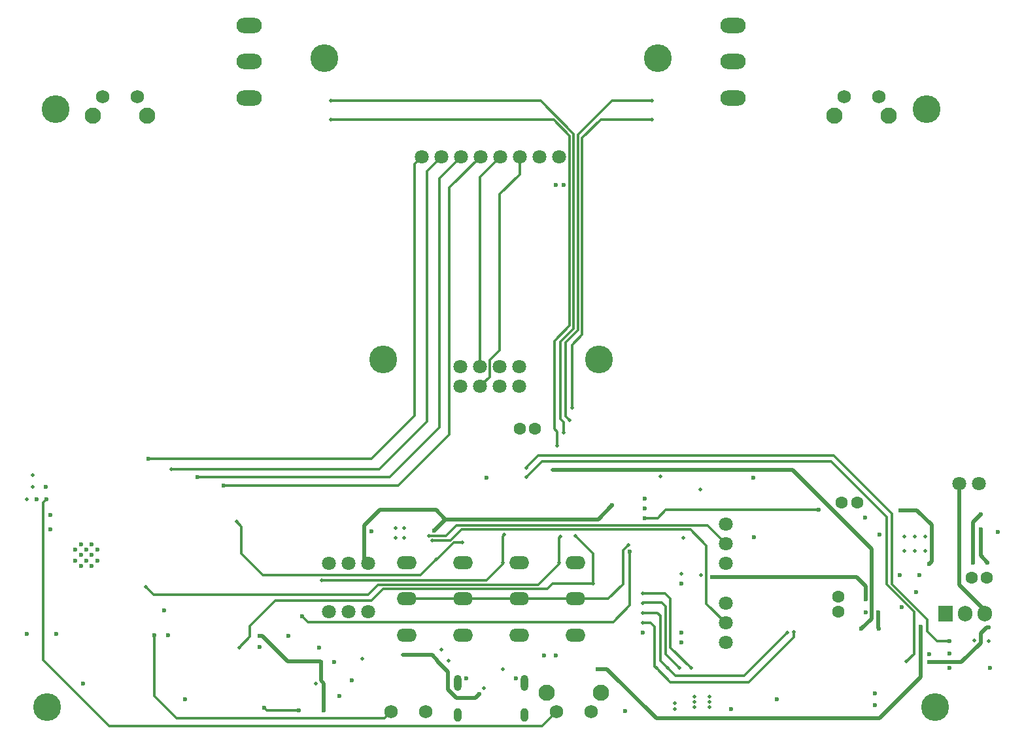
<source format=gbr>
%TF.GenerationSoftware,KiCad,Pcbnew,9.0.2*%
%TF.CreationDate,2025-08-14T03:12:12+07:00*%
%TF.ProjectId,Gamepad PCB,47616d65-7061-4642-9050-43422e6b6963,v03*%
%TF.SameCoordinates,Original*%
%TF.FileFunction,Copper,L2,Inr*%
%TF.FilePolarity,Positive*%
%FSLAX46Y46*%
G04 Gerber Fmt 4.6, Leading zero omitted, Abs format (unit mm)*
G04 Created by KiCad (PCBNEW 9.0.2) date 2025-08-14 03:12:12*
%MOMM*%
%LPD*%
G01*
G04 APERTURE LIST*
%TA.AperFunction,HeatsinkPad*%
%ADD10C,0.500000*%
%TD*%
%TA.AperFunction,HeatsinkPad*%
%ADD11C,0.600000*%
%TD*%
%TA.AperFunction,ComponentPad*%
%ADD12O,2.600000X1.700000*%
%TD*%
%TA.AperFunction,ComponentPad*%
%ADD13O,3.300000X2.000000*%
%TD*%
%TA.AperFunction,ComponentPad*%
%ADD14C,1.750000*%
%TD*%
%TA.AperFunction,ComponentPad*%
%ADD15C,2.100000*%
%TD*%
%TA.AperFunction,ComponentPad*%
%ADD16C,3.600000*%
%TD*%
%TA.AperFunction,ComponentPad*%
%ADD17C,1.800000*%
%TD*%
%TA.AperFunction,HeatsinkPad*%
%ADD18O,1.000000X2.100000*%
%TD*%
%TA.AperFunction,HeatsinkPad*%
%ADD19O,1.000000X1.800000*%
%TD*%
%TA.AperFunction,ComponentPad*%
%ADD20C,1.600000*%
%TD*%
%TA.AperFunction,ComponentPad*%
%ADD21R,1.905000X2.000000*%
%TD*%
%TA.AperFunction,ComponentPad*%
%ADD22O,1.905000X2.000000*%
%TD*%
%TA.AperFunction,ViaPad*%
%ADD23C,0.600000*%
%TD*%
%TA.AperFunction,ViaPad*%
%ADD24C,0.500000*%
%TD*%
%TA.AperFunction,Conductor*%
%ADD25C,0.500000*%
%TD*%
%TA.AperFunction,Conductor*%
%ADD26C,0.300000*%
%TD*%
G04 APERTURE END LIST*
D10*
%TO.N,unconnected-(U2-EP-Pad9)_6*%
%TO.C,U2*%
X182250000Y-135025000D03*
%TO.N,unconnected-(U2-EP-Pad9)*%
X182250000Y-133725000D03*
%TO.N,unconnected-(U2-EP-Pad9)_5*%
X182249999Y-134375000D03*
%TO.N,unconnected-(U2-EP-Pad9)_3*%
X180350001Y-134375000D03*
%TO.N,unconnected-(U2-EP-Pad9)_7*%
X180350000Y-135025000D03*
%TO.N,unconnected-(U2-EP-Pad9)_2*%
X180350000Y-133725000D03*
%TD*%
%TO.N,N/C*%
%TO.C,U11*%
X142770000Y-113120000D03*
X142770000Y-111820000D03*
X141670000Y-113120000D03*
X141670000Y-111820000D03*
%TD*%
D11*
%TO.N,GND*%
%TO.C,U6*%
X100900000Y-116735000D03*
X102300000Y-116735000D03*
X100200000Y-116035000D03*
X101600000Y-116035000D03*
X103000000Y-116035000D03*
X100900000Y-115335000D03*
X102300000Y-115335000D03*
X100200000Y-114635000D03*
X101600000Y-114635000D03*
X103000000Y-114635000D03*
X100900000Y-113935000D03*
X102300000Y-113935000D03*
%TD*%
D12*
%TO.N,N/C*%
%TO.C,SW19*%
X164940000Y-125700000D03*
%TO.N,Net-(SW11A-B)*%
X164940000Y-121000000D03*
%TO.N,Net-(D7-A)*%
X164940000Y-116300000D03*
%TD*%
D13*
%TO.N,N/C*%
%TO.C,SW16*%
X185310000Y-46710000D03*
%TO.N,Net-(SW12A-B)*%
X185310000Y-51410000D03*
%TO.N,Net-(D10-A)*%
X185310000Y-56110000D03*
%TD*%
D12*
%TO.N,N/C*%
%TO.C,SW15*%
X157650000Y-125700000D03*
%TO.N,Net-(SW11A-B)*%
X157650000Y-121000000D03*
%TO.N,Net-(D11-A)*%
X157650000Y-116300000D03*
%TD*%
D13*
%TO.N,N/C*%
%TO.C,SW12*%
X122690000Y-46710000D03*
%TO.N,Net-(SW12A-B)*%
X122690000Y-51410000D03*
%TO.N,Net-(D14-A)*%
X122690000Y-56110000D03*
%TD*%
D12*
%TO.N,N/C*%
%TO.C,SW11*%
X150350000Y-125700000D03*
%TO.N,Net-(SW11A-B)*%
X150350000Y-121000000D03*
%TO.N,Net-(D15-A)*%
X150350000Y-116300000D03*
%TD*%
D14*
%TO.N,Net-(SW12A-B)*%
%TO.C,SW8*%
X199725499Y-55962500D03*
%TO.N,Net-(D6-A)*%
X204225500Y-55962500D03*
D15*
%TO.N,*%
X198465500Y-58452500D03*
X205475500Y-58452499D03*
%TD*%
D12*
%TO.N,N/C*%
%TO.C,SW7*%
X143060000Y-125700000D03*
%TO.N,Net-(SW11A-B)*%
X143060000Y-121000000D03*
%TO.N,Net-(D19-A)*%
X143060000Y-116300000D03*
%TD*%
D14*
%TO.N,Net-(D18-A)*%
%TO.C,SW4*%
X103725499Y-55962500D03*
%TO.N,Net-(SW12A-B)*%
X108225500Y-55962500D03*
D15*
%TO.N,*%
X102465500Y-58452500D03*
X109475500Y-58452499D03*
%TD*%
D14*
%TO.N,/IO0*%
%TO.C,SW3*%
X141049999Y-135637500D03*
%TO.N,GND*%
X145550000Y-135637500D03*
%TD*%
%TO.N,/EN*%
%TO.C,SW2*%
X162500000Y-135637500D03*
%TO.N,GND*%
X167000000Y-135637500D03*
D15*
%TO.N,*%
X161240000Y-133147500D03*
X168250000Y-133147500D03*
%TD*%
D16*
%TO.N,N/C*%
%TO.C,H8*%
X168000000Y-90000000D03*
%TD*%
%TO.N,N/C*%
%TO.C,H7*%
X140000000Y-90000000D03*
%TD*%
%TO.N,N/C*%
%TO.C,H6*%
X210390000Y-57610000D03*
%TD*%
%TO.N,N/C*%
%TO.C,H5*%
X97610000Y-57610000D03*
%TD*%
%TO.N,N/C*%
%TO.C,H4*%
X211500000Y-135000000D03*
%TD*%
%TO.N,N/C*%
%TO.C,H3*%
X96500000Y-135000000D03*
%TD*%
%TO.N,N/C*%
%TO.C,H2*%
X175600000Y-51000000D03*
%TD*%
%TO.N,N/C*%
%TO.C,H1*%
X132400000Y-51000000D03*
%TD*%
D17*
%TO.N,GND*%
%TO.C,J7*%
X162780001Y-63750000D03*
%TO.N,/IO17*%
X145000000Y-63750000D03*
%TO.N,/IO18*%
X147540000Y-63750000D03*
%TO.N,/IO19*%
X150079999Y-63750000D03*
%TO.N,/IO20*%
X152620000Y-63750000D03*
%TO.N,/MOSI*%
X155160000Y-63750000D03*
%TO.N,/CLK*%
X157700000Y-63750000D03*
%TO.N,+3.3V_Perip*%
X160240000Y-63750000D03*
%TD*%
D18*
%TO.N,GND*%
%TO.C,J1*%
X149680000Y-131895000D03*
D19*
X149680000Y-136075000D03*
D18*
X158320000Y-131895000D03*
D19*
X158320000Y-136075000D03*
%TD*%
D17*
%TO.N,+3.3V_Perip*%
%TO.C,J6*%
X138080000Y-116400000D03*
%TO.N,Net-(J6-Pin_2)*%
X135540000Y-116400000D03*
%TO.N,GND*%
X133000000Y-116400000D03*
%TD*%
D20*
%TO.N,GND*%
%TO.C,C2*%
X157699999Y-99000000D03*
%TO.N,+3.3V*%
X159700000Y-99000000D03*
%TD*%
%TO.N,Net-(D1-K)*%
%TO.C,C6*%
X199000000Y-120699999D03*
%TO.N,GND*%
X199000000Y-122699999D03*
%TD*%
D17*
%TO.N,+3.3V_Perip*%
%TO.C,J5*%
X138100000Y-122700000D03*
%TO.N,Net-(J5-Pin_2)*%
X135560000Y-122700000D03*
%TO.N,GND*%
X133020000Y-122700000D03*
%TD*%
D20*
%TO.N,Net-(D1-K)*%
%TO.C,C10*%
X199400000Y-108550000D03*
%TO.N,GND*%
X201400000Y-108550000D03*
%TD*%
%TO.N,+BATT*%
%TO.C,C16*%
X216200000Y-118300000D03*
%TO.N,GND*%
X218200000Y-118300000D03*
%TD*%
D17*
%TO.N,Net-(J2-A)*%
%TO.C,J2*%
X214609999Y-106100000D03*
%TO.N,Net-(J2-B)*%
X217149999Y-106100000D03*
%TD*%
%TO.N,+3.3V_Perip*%
%TO.C,J4*%
X184400000Y-111300000D03*
%TO.N,Net-(J4-Pin_2)*%
X184400000Y-113840000D03*
%TO.N,GND*%
X184400000Y-116380000D03*
%TD*%
%TO.N,GND*%
%TO.C,U4*%
X157620000Y-93500000D03*
%TO.N,+3.3V*%
X157620000Y-90960000D03*
%TO.N,/IO21*%
X155080000Y-93500000D03*
%TO.N,/IO14*%
X155080000Y-90960000D03*
%TO.N,/CLK*%
X152540000Y-93500000D03*
%TO.N,/MOSI*%
X152540000Y-90960000D03*
%TO.N,Net-(U4-MISO)*%
X150000000Y-93500000D03*
%TO.N,unconnected-(U4-IRQ-Pad8)*%
X150000000Y-90960000D03*
%TD*%
%TO.N,+3.3V_Perip*%
%TO.C,J3*%
X184400000Y-121600000D03*
%TO.N,Net-(J3-Pin_2)*%
X184400000Y-124140000D03*
%TO.N,GND*%
X184400000Y-126680000D03*
%TD*%
D21*
%TO.N,Net-(Q3-Pad1)*%
%TO.C,Q3*%
X212820000Y-122950000D03*
D22*
%TO.N,+BATT*%
X215360000Y-122950000D03*
%TO.N,Net-(J2-A)*%
X217900000Y-122950000D03*
%TD*%
D10*
%TO.N,N/C*%
%TO.C,U7*%
X207500000Y-114800000D03*
X208850000Y-114800000D03*
X210200000Y-114800000D03*
X207500000Y-112900000D03*
X208850000Y-112900000D03*
X210200000Y-112900000D03*
%TD*%
D23*
%TO.N,GND*%
X209000000Y-120100000D03*
X207175000Y-122100000D03*
X209500000Y-117900000D03*
X206900000Y-117900000D03*
%TO.N,VBUS*%
X210755000Y-116500000D03*
D24*
%TO.N,Net-(D18-K)*%
X133300000Y-58900000D03*
%TO.N,Net-(D14-K)*%
X133300000Y-56500000D03*
%TO.N,Net-(D10-K)*%
X162800000Y-116300000D03*
D23*
%TO.N,+BATT*%
X218400000Y-124687500D03*
D24*
%TO.N,Net-(Q5-Pad1)*%
X218400000Y-126512500D03*
D23*
X213400000Y-128100000D03*
D24*
%TO.N,Net-(C18-Pad1)*%
X216600000Y-126400000D03*
%TO.N,Net-(D10-K)*%
X109300000Y-119500000D03*
D23*
%TO.N,GND*%
X131700000Y-127300000D03*
X203700000Y-134800000D03*
X203699999Y-133239999D03*
X163400000Y-67400000D03*
%TO.N,+3.3V*%
X131975000Y-129200000D03*
%TO.N,/IO0*%
X110437499Y-125700000D03*
%TO.N,+3.3V_Perip*%
X146600000Y-112220000D03*
X182600000Y-118200002D03*
X169680053Y-108880053D03*
%TO.N,GND*%
X138500000Y-112300000D03*
X160900000Y-128350000D03*
D24*
X137300001Y-128750000D03*
D23*
X96900000Y-112000000D03*
X162425002Y-67400000D03*
D24*
X94637499Y-105000000D03*
D23*
X213400000Y-130000000D03*
X204100000Y-122800000D03*
D24*
X178900000Y-113079999D03*
D23*
X127756250Y-125770000D03*
X219587500Y-112337500D03*
D24*
X155500000Y-130100000D03*
D23*
X124050000Y-127270000D03*
D24*
X93880000Y-108085000D03*
D23*
X210750000Y-128200000D03*
D24*
X131300000Y-132000000D03*
D23*
X93880000Y-125585000D03*
X96899999Y-110150000D03*
X171400000Y-135575000D03*
X202450000Y-110500000D03*
X112162501Y-125700000D03*
X204224999Y-124875001D03*
X162400000Y-128374998D03*
X202500000Y-122800000D03*
X191000000Y-134000000D03*
X204300000Y-112650000D03*
X150800000Y-131320000D03*
D24*
X94637499Y-106500000D03*
D23*
X218600000Y-129925002D03*
D24*
X181100000Y-106850000D03*
D23*
X157200000Y-131320000D03*
D24*
X178650000Y-117729999D03*
D23*
X185100000Y-135262501D03*
D24*
X181150000Y-117925000D03*
X175900000Y-105125000D03*
D23*
X133700000Y-129200000D03*
D24*
X153091821Y-132548463D03*
D23*
X153400000Y-105300000D03*
%TO.N,+BATT*%
X210700000Y-129200000D03*
%TO.N,+3.3V*%
X201950000Y-124900002D03*
X95149999Y-108085000D03*
X124050000Y-125770000D03*
X132350000Y-135500000D03*
%TO.N,VBUS*%
X167800000Y-130100000D03*
X152481642Y-133350000D03*
X209650000Y-124600000D03*
D24*
X142600000Y-128300000D03*
%TO.N,Net-(C18-Pad1)*%
X158550000Y-105250000D03*
X207750000Y-129150000D03*
D23*
%TO.N,/EN*%
X96420000Y-108085000D03*
X96362501Y-106500000D03*
%TO.N,/DTR*%
X124630762Y-135150001D03*
X129081378Y-135490689D03*
D24*
%TO.N,Net-(Q5-Pad1)*%
X158550000Y-104050000D03*
D23*
X213350000Y-126450000D03*
D24*
%TO.N,Net-(D6-K)*%
X164500000Y-96300000D03*
X167200000Y-119000000D03*
X173650000Y-124079999D03*
X193200000Y-125300000D03*
X175400000Y-130000000D03*
X164940000Y-112840000D03*
D23*
%TO.N,Net-(U12-A2)*%
X171989237Y-114870002D03*
X129550000Y-123250000D03*
D24*
%TO.N,Net-(SW11A-B)*%
X171801323Y-114001323D03*
%TO.N,/SCL*%
X177800000Y-135300003D03*
X148500000Y-129000000D03*
D23*
X134400000Y-133575000D03*
%TO.N,/SDA*%
X136000000Y-131600000D03*
D24*
X177800000Y-134500000D03*
X147600000Y-127600000D03*
D23*
%TO.N,/IO17*%
X109600000Y-102900000D03*
D24*
%TO.N,/IO18*%
X112600000Y-104200000D03*
D23*
%TO.N,/IO20*%
X119400000Y-106300003D03*
%TO.N,/IO19*%
X116000000Y-105200000D03*
%TO.N,Net-(U8-OC)*%
X217400000Y-110100002D03*
X216400002Y-116300000D03*
%TO.N,Net-(U8-OD)*%
X217400000Y-112000000D03*
X218300000Y-116300000D03*
%TO.N,/RXD*%
X97690000Y-125585000D03*
%TO.N,/TXD*%
X101200000Y-132000000D03*
%TO.N,Net-(D9-A)*%
X188000000Y-105300000D03*
%TO.N,Net-(U12-A3)*%
X196460000Y-109500000D03*
X173900000Y-110540000D03*
D24*
%TO.N,Net-(J3-Pin_2)*%
X146400000Y-113470000D03*
%TO.N,Net-(J4-Pin_2)*%
X145970000Y-112870000D03*
D23*
%TO.N,/IO36*%
X173900000Y-109270001D03*
%TO.N,/IO35*%
X173900000Y-108000000D03*
%TO.N,/IO37*%
X178650000Y-119000000D03*
%TO.N,/IO38*%
X178650000Y-125350000D03*
%TO.N,/IO40*%
X178650000Y-126620001D03*
%TO.N,/IO39*%
X173650000Y-125350000D03*
%TO.N,/IO48*%
X114400000Y-134000000D03*
X111640000Y-122550000D03*
D24*
%TO.N,Net-(D10-K)*%
X173650000Y-122810000D03*
X176900000Y-130000000D03*
X192400000Y-125400000D03*
X163000000Y-112900000D03*
X164200000Y-97900000D03*
D23*
%TO.N,Net-(D13-A)*%
X188050000Y-113000000D03*
D24*
%TO.N,Net-(D14-K)*%
X173650000Y-121540000D03*
X178400000Y-130000000D03*
X132100000Y-118600000D03*
X155500000Y-116300000D03*
X155700000Y-112700000D03*
X163400000Y-99500000D03*
%TO.N,Net-(D18-K)*%
X146900000Y-115900000D03*
X121050735Y-111000735D03*
X173650000Y-120270001D03*
X179900000Y-130000000D03*
X162600000Y-101200000D03*
X150300000Y-113700000D03*
D23*
%TO.N,+3.3V_Perip*%
X202500000Y-121074998D03*
D24*
%TO.N,+3.3V*%
X162000000Y-104300000D03*
%TO.N,Net-(D6-K)*%
X121400000Y-127300000D03*
X174850000Y-58900000D03*
%TO.N,Net-(D10-K)*%
X174800000Y-56500000D03*
D23*
%TO.N,VBUS*%
X207000000Y-109549999D03*
%TD*%
D25*
%TO.N,VBUS*%
X211054999Y-111454999D02*
X211054999Y-116200001D01*
X209149999Y-109549999D02*
X211054999Y-111454999D01*
X207000000Y-109549999D02*
X209149999Y-109549999D01*
X211054999Y-116200001D02*
X210755000Y-116500000D01*
D26*
%TO.N,Net-(D18-K)*%
X162100000Y-58900000D02*
X133300000Y-58900000D01*
X164199000Y-85601000D02*
X164199000Y-60999000D01*
X164199000Y-60999000D02*
X162100000Y-58900000D01*
X162200000Y-99000000D02*
X162200000Y-87600000D01*
X162600000Y-99400000D02*
X162200000Y-99000000D01*
X162600000Y-101200000D02*
X162600000Y-99400000D01*
X162200000Y-87600000D02*
X164199000Y-85601000D01*
%TO.N,Net-(D14-K)*%
X160408520Y-56500000D02*
X133300000Y-56500000D01*
X164700000Y-60791480D02*
X160408520Y-56500000D01*
X163000000Y-87700000D02*
X164700000Y-86000000D01*
X163400000Y-98100000D02*
X163000000Y-97700000D01*
X163000000Y-97700000D02*
X163000000Y-87700000D01*
X163400000Y-99500000D02*
X163400000Y-98100000D01*
X164700000Y-86000000D02*
X164700000Y-60791480D01*
%TO.N,Net-(D6-K)*%
X168200000Y-58900000D02*
X174850000Y-58900000D01*
X165801000Y-61299000D02*
X168200000Y-58900000D01*
X165801000Y-86799000D02*
X165801000Y-61299000D01*
X164500000Y-88100000D02*
X165801000Y-86799000D01*
X164500000Y-96300000D02*
X164500000Y-88100000D01*
%TO.N,Net-(D10-K)*%
X169700000Y-56500000D02*
X174800000Y-56500000D01*
X165300000Y-60900000D02*
X169700000Y-56500000D01*
X165300000Y-86200000D02*
X165300000Y-60900000D01*
X163700000Y-97400000D02*
X163700000Y-87800000D01*
X164200000Y-97900000D02*
X163700000Y-97400000D01*
X163700000Y-87800000D02*
X165300000Y-86200000D01*
X163000000Y-112900000D02*
X162800000Y-113100000D01*
X162800000Y-113100000D02*
X162800000Y-116300000D01*
X162800000Y-116500000D02*
X162800000Y-116300000D01*
X138100000Y-120500000D02*
X139400000Y-119200000D01*
X110300000Y-120500000D02*
X138100000Y-120500000D01*
X160100000Y-119200000D02*
X162800000Y-116500000D01*
X109300000Y-119500000D02*
X110300000Y-120500000D01*
X139400000Y-119200000D02*
X160100000Y-119200000D01*
%TO.N,Net-(D14-K)*%
X155500000Y-112900000D02*
X155500000Y-116300000D01*
X155700000Y-112700000D02*
X155500000Y-112900000D01*
X155500000Y-116500000D02*
X155500000Y-116300000D01*
X153401000Y-118599000D02*
X155500000Y-116500000D01*
X140601000Y-118599000D02*
X153401000Y-118599000D01*
X132100000Y-118600000D02*
X140600000Y-118600000D01*
X140600000Y-118600000D02*
X140601000Y-118599000D01*
X155650000Y-112750000D02*
X155700000Y-112700000D01*
D25*
%TO.N,+BATT*%
X214912075Y-129200000D02*
X210700000Y-129200000D01*
X217400000Y-126712075D02*
X214912075Y-129200000D01*
X217400000Y-125507500D02*
X217400000Y-126712075D01*
X218220000Y-124687500D02*
X217400000Y-125507500D01*
X218400000Y-124687500D02*
X218220000Y-124687500D01*
%TO.N,+3.3V_Perip*%
X201300002Y-118200002D02*
X202500000Y-119400000D01*
X182600000Y-118200002D02*
X201300002Y-118200002D01*
%TO.N,+3.3V*%
X131975000Y-131575000D02*
X131975000Y-129200000D01*
X132350000Y-131950000D02*
X131975000Y-131575000D01*
X132350000Y-135500000D02*
X132350000Y-131950000D01*
X127700000Y-129100000D02*
X131875000Y-129100000D01*
X124370000Y-125770000D02*
X127700000Y-129100000D01*
X124050000Y-125770000D02*
X124370000Y-125770000D01*
X131875000Y-129100000D02*
X131975000Y-129200000D01*
%TO.N,+3.3V_Perip*%
X146919999Y-109500000D02*
X139600000Y-109500000D01*
X137600000Y-111500000D02*
X137600000Y-115920000D01*
X148119999Y-110700000D02*
X146919999Y-109500000D01*
X137600000Y-115920000D02*
X138080000Y-116400000D01*
X139600000Y-109500000D02*
X137600000Y-111500000D01*
X167900000Y-110700000D02*
X148119999Y-110700000D01*
X148119999Y-110700000D02*
X146600000Y-112220000D01*
X169600000Y-109000000D02*
X167900000Y-110700000D01*
%TO.N,GND*%
X204100000Y-122800000D02*
X204100000Y-124750002D01*
X204100000Y-124750002D02*
X204224999Y-124875001D01*
%TO.N,+3.3V*%
X162000000Y-104300000D02*
X193000000Y-104300000D01*
X193000000Y-104300000D02*
X203251000Y-114551000D01*
X203251000Y-114551000D02*
X203251000Y-123599002D01*
X203251000Y-123599002D02*
X201950000Y-124900002D01*
%TO.N,VBUS*%
X209650000Y-131137078D02*
X209650000Y-124600000D01*
X148450000Y-130450000D02*
X148450000Y-132750000D01*
X147100000Y-129100000D02*
X148450000Y-130450000D01*
X151981642Y-133850000D02*
X152481642Y-133350000D01*
X149550000Y-133850000D02*
X151981642Y-133850000D01*
X204287078Y-136500000D02*
X209650000Y-131137078D01*
X147100000Y-129050000D02*
X147100000Y-129100000D01*
X142600000Y-128300000D02*
X146350000Y-128300000D01*
X146350000Y-128300000D02*
X147100000Y-129050000D01*
X175400000Y-136500000D02*
X204287078Y-136500000D01*
X167800000Y-130100000D02*
X169000000Y-130100000D01*
X148450000Y-132750000D02*
X149550000Y-133850000D01*
X169000000Y-130100000D02*
X175400000Y-136500000D01*
D26*
%TO.N,Net-(C18-Pad1)*%
X208750000Y-128150000D02*
X207750000Y-129150000D01*
X208750000Y-122650000D02*
X208750000Y-128150000D01*
X198000000Y-103200000D02*
X205200000Y-110400000D01*
X158550000Y-105250000D02*
X160600000Y-103200000D01*
X205200000Y-110400000D02*
X205200000Y-119100000D01*
X205200000Y-119100000D02*
X208750000Y-122650000D01*
X160600000Y-103200000D02*
X198000000Y-103200000D01*
%TO.N,/EN*%
X96000000Y-108505000D02*
X96000000Y-128920654D01*
X96420000Y-108085000D02*
X96000000Y-108505000D01*
X160637499Y-137500000D02*
X162499999Y-135637500D01*
X104579346Y-137500000D02*
X160637499Y-137500000D01*
X96000000Y-128920654D02*
X104579346Y-137500000D01*
%TO.N,/IO0*%
X113300000Y-136500000D02*
X140187499Y-136500000D01*
X140187499Y-136500000D02*
X141049999Y-135637500D01*
X110437499Y-125700000D02*
X110437499Y-133637499D01*
X110437499Y-133637499D02*
X113300000Y-136500000D01*
%TO.N,/CLK*%
X153800000Y-92240000D02*
X153800000Y-90100000D01*
X155100000Y-88800000D02*
X155100000Y-68600000D01*
X152540000Y-93500000D02*
X153800000Y-92240000D01*
X155100000Y-68600000D02*
X157700000Y-66000000D01*
X157700000Y-66000000D02*
X157700000Y-63750000D01*
X153800000Y-90100000D02*
X155100000Y-88800000D01*
%TO.N,/MOSI*%
X152540000Y-66370000D02*
X155160000Y-63750000D01*
X152540000Y-90960000D02*
X152540000Y-66370000D01*
%TO.N,/DTR*%
X124971450Y-135490689D02*
X129081378Y-135490689D01*
X124630762Y-135150001D02*
X124971450Y-135490689D01*
%TO.N,Net-(Q5-Pad1)*%
X211750000Y-126450000D02*
X210500000Y-125200000D01*
X160100000Y-102400000D02*
X158550000Y-103950000D01*
X210500000Y-123691480D02*
X205944000Y-119135480D01*
X210500000Y-125200000D02*
X210500000Y-123691480D01*
X158550000Y-103950000D02*
X158550000Y-104050000D01*
X205944000Y-119135480D02*
X205944000Y-109994000D01*
X213350000Y-126450000D02*
X211750000Y-126450000D01*
X198350000Y-102400000D02*
X160100000Y-102400000D01*
%TO.N,Net-(D6-K)*%
X173650000Y-124079999D02*
X174679999Y-124079999D01*
X175200000Y-124600000D02*
X175200000Y-129800000D01*
X193200000Y-126000000D02*
X187400000Y-131800000D01*
X174679999Y-124079999D02*
X175200000Y-124600000D01*
X164940000Y-112840000D02*
X167200000Y-115100000D01*
X193200000Y-125300000D02*
X193200000Y-126000000D01*
X167200000Y-115100000D02*
X167200000Y-119000000D01*
X177200000Y-131800000D02*
X175400000Y-130000000D01*
X175200000Y-129800000D02*
X175400000Y-130000000D01*
X187400000Y-131800000D02*
X177200000Y-131800000D01*
%TO.N,Net-(U12-A2)*%
X130300000Y-124000000D02*
X129550000Y-123250000D01*
X171989237Y-121810763D02*
X169800000Y-124000000D01*
X171989237Y-114870002D02*
X171989237Y-121810763D01*
X169800000Y-124000000D02*
X130300000Y-124000000D01*
%TO.N,Net-(SW11A-B)*%
X171100000Y-114700000D02*
X171100000Y-119100000D01*
X157650000Y-121000000D02*
X164940000Y-121000000D01*
X171507357Y-114295289D02*
X171504711Y-114295289D01*
X169200000Y-121000000D02*
X164940000Y-121000000D01*
X171100000Y-119100000D02*
X169200000Y-121000000D01*
X143060000Y-121000000D02*
X150350000Y-121000000D01*
X150350000Y-121000000D02*
X157650000Y-121000000D01*
X171801323Y-114001323D02*
X171507357Y-114295289D01*
X171504711Y-114295289D02*
X171100000Y-114700000D01*
%TO.N,/IO17*%
X138500000Y-102900000D02*
X144100000Y-97300000D01*
X109600000Y-102900000D02*
X138500000Y-102900000D01*
X144100000Y-97300000D02*
X144100000Y-64650000D01*
X144100000Y-64650000D02*
X145000000Y-63750000D01*
%TO.N,/IO18*%
X145700000Y-65590000D02*
X145700000Y-98047837D01*
X145700000Y-98047837D02*
X139547837Y-104200000D01*
X139547837Y-104200000D02*
X112600000Y-104200000D01*
X147540000Y-63750000D02*
X145700000Y-65590000D01*
%TO.N,/IO20*%
X119400000Y-106300003D02*
X141999997Y-106300003D01*
X148600000Y-67770000D02*
X152620000Y-63750000D01*
X141999997Y-106300003D02*
X148600000Y-99700000D01*
X148600000Y-99700000D02*
X148600000Y-67770000D01*
%TO.N,/IO19*%
X116000000Y-105200000D02*
X140900000Y-105200000D01*
X140900000Y-105200000D02*
X147300000Y-98800000D01*
X147300000Y-98800000D02*
X147300000Y-66529999D01*
X147300000Y-66529999D02*
X150079999Y-63750000D01*
D25*
%TO.N,Net-(U8-OC)*%
X217400000Y-110100002D02*
X216400002Y-111100000D01*
X216400002Y-111100000D02*
X216400002Y-116300000D01*
%TO.N,Net-(U8-OD)*%
X217400000Y-112000000D02*
X217400000Y-115400000D01*
X217400000Y-115400000D02*
X218300000Y-116300000D01*
D26*
%TO.N,Net-(U12-A3)*%
X175560000Y-110540000D02*
X173900000Y-110540000D01*
X176600000Y-109500000D02*
X175560000Y-110540000D01*
X196460000Y-109500000D02*
X176600000Y-109500000D01*
%TO.N,Net-(J3-Pin_2)*%
X148730000Y-113470000D02*
X150200000Y-112000000D01*
X179800000Y-112000000D02*
X181900000Y-114100000D01*
X150200000Y-112000000D02*
X179800000Y-112000000D01*
X181900000Y-121640000D02*
X184400000Y-124140000D01*
X181900000Y-114100000D02*
X181900000Y-121640000D01*
X146400000Y-113470000D02*
X148730000Y-113470000D01*
%TO.N,Net-(J4-Pin_2)*%
X149500000Y-111500000D02*
X182060000Y-111500000D01*
X145970000Y-112870000D02*
X148130000Y-112870000D01*
X148130000Y-112870000D02*
X149500000Y-111500000D01*
X182060000Y-111500000D02*
X184400000Y-113840000D01*
%TO.N,Net-(D10-K)*%
X192400000Y-125400000D02*
X186800000Y-131000000D01*
X175510000Y-122810000D02*
X175900000Y-123200000D01*
X175900000Y-123200000D02*
X175900000Y-129000000D01*
X175900000Y-129000000D02*
X176900000Y-130000000D01*
X177900000Y-131000000D02*
X176900000Y-130000000D01*
X173650000Y-122810000D02*
X175510000Y-122810000D01*
X186800000Y-131000000D02*
X177900000Y-131000000D01*
%TO.N,Net-(D14-K)*%
X176100000Y-121500000D02*
X176600000Y-122000000D01*
X176600000Y-128200000D02*
X178400000Y-130000000D01*
X173650000Y-121540000D02*
X173690000Y-121500000D01*
X173690000Y-121500000D02*
X176100000Y-121500000D01*
X176600000Y-122000000D02*
X176600000Y-128200000D01*
%TO.N,Net-(D18-K)*%
X176500000Y-120300000D02*
X177200000Y-121000000D01*
X149208521Y-113700000D02*
X150300000Y-113700000D01*
X124500000Y-117900000D02*
X144900000Y-117900000D01*
X173679999Y-120300000D02*
X176500000Y-120300000D01*
X173650000Y-120270001D02*
X173679999Y-120300000D01*
X121700000Y-111650000D02*
X121700000Y-115100000D01*
X146900000Y-115900000D02*
X147008520Y-115900000D01*
X177200000Y-121000000D02*
X177200000Y-127300000D01*
X177200000Y-127300000D02*
X179900000Y-130000000D01*
X121050735Y-111000735D02*
X121700000Y-111650000D01*
X147008520Y-115900000D02*
X149208521Y-113700000D01*
X144900000Y-117900000D02*
X146900000Y-115900000D01*
X121700000Y-115100000D02*
X124500000Y-117900000D01*
D25*
%TO.N,+3.3V_Perip*%
X202500000Y-119400000D02*
X202500000Y-121074998D01*
D26*
%TO.N,Net-(D6-K)*%
X162000000Y-119000000D02*
X167200000Y-119000000D01*
X161300000Y-119700000D02*
X162000000Y-119000000D01*
X140000000Y-119700000D02*
X161300000Y-119700000D01*
X138500000Y-121200000D02*
X140000000Y-119700000D01*
X126100000Y-121200000D02*
X138500000Y-121200000D01*
X122800000Y-124500000D02*
X126100000Y-121200000D01*
D25*
%TO.N,Net-(J2-A)*%
X214609998Y-106100000D02*
X214609998Y-119190002D01*
X214600000Y-119200000D02*
X217900000Y-122500000D01*
X214609998Y-119190002D02*
X214600000Y-119200000D01*
D26*
%TO.N,Net-(D6-K)*%
X122800000Y-124500000D02*
X122800000Y-125900000D01*
X122800000Y-125900000D02*
X121400000Y-127300000D01*
%TO.N,Net-(Q5-Pad1)*%
X205944000Y-109994000D02*
X198350000Y-102400000D01*
%TD*%
M02*

</source>
